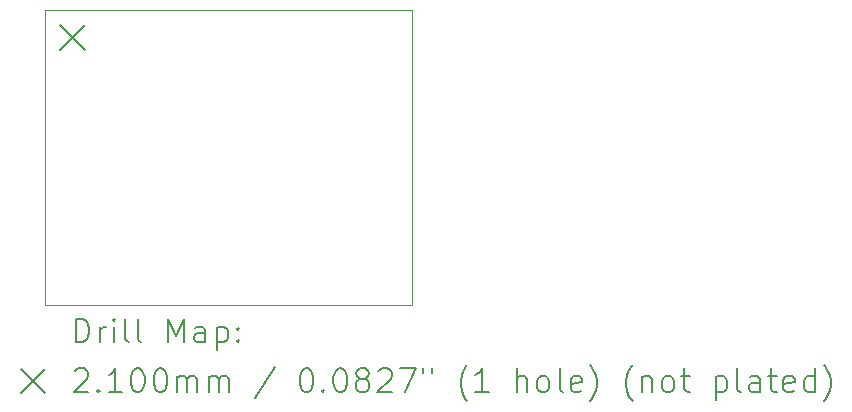
<source format=gbr>
%TF.GenerationSoftware,KiCad,Pcbnew,9.0.6*%
%TF.CreationDate,2025-11-19T17:00:09+08:00*%
%TF.ProjectId,LED-Dimmer,4c45442d-4469-46d6-9d65-722e6b696361,rev?*%
%TF.SameCoordinates,Original*%
%TF.FileFunction,Drillmap*%
%TF.FilePolarity,Positive*%
%FSLAX45Y45*%
G04 Gerber Fmt 4.5, Leading zero omitted, Abs format (unit mm)*
G04 Created by KiCad (PCBNEW 9.0.6) date 2025-11-19 17:00:09*
%MOMM*%
%LPD*%
G01*
G04 APERTURE LIST*
%ADD10C,0.050000*%
%ADD11C,0.200000*%
%ADD12C,0.210000*%
G04 APERTURE END LIST*
D10*
X22000000Y-7195000D02*
X25100000Y-7195000D01*
X25100000Y-9695000D01*
X22000000Y-9695000D01*
X22000000Y-7195000D01*
D11*
D12*
X22125000Y-7325000D02*
X22335000Y-7535000D01*
X22335000Y-7325000D02*
X22125000Y-7535000D01*
D11*
X22258277Y-10008984D02*
X22258277Y-9808984D01*
X22258277Y-9808984D02*
X22305896Y-9808984D01*
X22305896Y-9808984D02*
X22334467Y-9818508D01*
X22334467Y-9818508D02*
X22353515Y-9837555D01*
X22353515Y-9837555D02*
X22363039Y-9856603D01*
X22363039Y-9856603D02*
X22372562Y-9894698D01*
X22372562Y-9894698D02*
X22372562Y-9923270D01*
X22372562Y-9923270D02*
X22363039Y-9961365D01*
X22363039Y-9961365D02*
X22353515Y-9980412D01*
X22353515Y-9980412D02*
X22334467Y-9999460D01*
X22334467Y-9999460D02*
X22305896Y-10008984D01*
X22305896Y-10008984D02*
X22258277Y-10008984D01*
X22458277Y-10008984D02*
X22458277Y-9875650D01*
X22458277Y-9913746D02*
X22467801Y-9894698D01*
X22467801Y-9894698D02*
X22477324Y-9885174D01*
X22477324Y-9885174D02*
X22496372Y-9875650D01*
X22496372Y-9875650D02*
X22515420Y-9875650D01*
X22582086Y-10008984D02*
X22582086Y-9875650D01*
X22582086Y-9808984D02*
X22572562Y-9818508D01*
X22572562Y-9818508D02*
X22582086Y-9828031D01*
X22582086Y-9828031D02*
X22591610Y-9818508D01*
X22591610Y-9818508D02*
X22582086Y-9808984D01*
X22582086Y-9808984D02*
X22582086Y-9828031D01*
X22705896Y-10008984D02*
X22686848Y-9999460D01*
X22686848Y-9999460D02*
X22677324Y-9980412D01*
X22677324Y-9980412D02*
X22677324Y-9808984D01*
X22810658Y-10008984D02*
X22791610Y-9999460D01*
X22791610Y-9999460D02*
X22782086Y-9980412D01*
X22782086Y-9980412D02*
X22782086Y-9808984D01*
X23039229Y-10008984D02*
X23039229Y-9808984D01*
X23039229Y-9808984D02*
X23105896Y-9951841D01*
X23105896Y-9951841D02*
X23172562Y-9808984D01*
X23172562Y-9808984D02*
X23172562Y-10008984D01*
X23353515Y-10008984D02*
X23353515Y-9904222D01*
X23353515Y-9904222D02*
X23343991Y-9885174D01*
X23343991Y-9885174D02*
X23324943Y-9875650D01*
X23324943Y-9875650D02*
X23286848Y-9875650D01*
X23286848Y-9875650D02*
X23267801Y-9885174D01*
X23353515Y-9999460D02*
X23334467Y-10008984D01*
X23334467Y-10008984D02*
X23286848Y-10008984D01*
X23286848Y-10008984D02*
X23267801Y-9999460D01*
X23267801Y-9999460D02*
X23258277Y-9980412D01*
X23258277Y-9980412D02*
X23258277Y-9961365D01*
X23258277Y-9961365D02*
X23267801Y-9942317D01*
X23267801Y-9942317D02*
X23286848Y-9932793D01*
X23286848Y-9932793D02*
X23334467Y-9932793D01*
X23334467Y-9932793D02*
X23353515Y-9923270D01*
X23448753Y-9875650D02*
X23448753Y-10075650D01*
X23448753Y-9885174D02*
X23467801Y-9875650D01*
X23467801Y-9875650D02*
X23505896Y-9875650D01*
X23505896Y-9875650D02*
X23524943Y-9885174D01*
X23524943Y-9885174D02*
X23534467Y-9894698D01*
X23534467Y-9894698D02*
X23543991Y-9913746D01*
X23543991Y-9913746D02*
X23543991Y-9970889D01*
X23543991Y-9970889D02*
X23534467Y-9989936D01*
X23534467Y-9989936D02*
X23524943Y-9999460D01*
X23524943Y-9999460D02*
X23505896Y-10008984D01*
X23505896Y-10008984D02*
X23467801Y-10008984D01*
X23467801Y-10008984D02*
X23448753Y-9999460D01*
X23629705Y-9989936D02*
X23639229Y-9999460D01*
X23639229Y-9999460D02*
X23629705Y-10008984D01*
X23629705Y-10008984D02*
X23620182Y-9999460D01*
X23620182Y-9999460D02*
X23629705Y-9989936D01*
X23629705Y-9989936D02*
X23629705Y-10008984D01*
X23629705Y-9885174D02*
X23639229Y-9894698D01*
X23639229Y-9894698D02*
X23629705Y-9904222D01*
X23629705Y-9904222D02*
X23620182Y-9894698D01*
X23620182Y-9894698D02*
X23629705Y-9885174D01*
X23629705Y-9885174D02*
X23629705Y-9904222D01*
X21797500Y-10237500D02*
X21997500Y-10437500D01*
X21997500Y-10237500D02*
X21797500Y-10437500D01*
X22248753Y-10248031D02*
X22258277Y-10238508D01*
X22258277Y-10238508D02*
X22277324Y-10228984D01*
X22277324Y-10228984D02*
X22324944Y-10228984D01*
X22324944Y-10228984D02*
X22343991Y-10238508D01*
X22343991Y-10238508D02*
X22353515Y-10248031D01*
X22353515Y-10248031D02*
X22363039Y-10267079D01*
X22363039Y-10267079D02*
X22363039Y-10286127D01*
X22363039Y-10286127D02*
X22353515Y-10314698D01*
X22353515Y-10314698D02*
X22239229Y-10428984D01*
X22239229Y-10428984D02*
X22363039Y-10428984D01*
X22448753Y-10409936D02*
X22458277Y-10419460D01*
X22458277Y-10419460D02*
X22448753Y-10428984D01*
X22448753Y-10428984D02*
X22439229Y-10419460D01*
X22439229Y-10419460D02*
X22448753Y-10409936D01*
X22448753Y-10409936D02*
X22448753Y-10428984D01*
X22648753Y-10428984D02*
X22534467Y-10428984D01*
X22591610Y-10428984D02*
X22591610Y-10228984D01*
X22591610Y-10228984D02*
X22572562Y-10257555D01*
X22572562Y-10257555D02*
X22553515Y-10276603D01*
X22553515Y-10276603D02*
X22534467Y-10286127D01*
X22772562Y-10228984D02*
X22791610Y-10228984D01*
X22791610Y-10228984D02*
X22810658Y-10238508D01*
X22810658Y-10238508D02*
X22820182Y-10248031D01*
X22820182Y-10248031D02*
X22829705Y-10267079D01*
X22829705Y-10267079D02*
X22839229Y-10305174D01*
X22839229Y-10305174D02*
X22839229Y-10352793D01*
X22839229Y-10352793D02*
X22829705Y-10390889D01*
X22829705Y-10390889D02*
X22820182Y-10409936D01*
X22820182Y-10409936D02*
X22810658Y-10419460D01*
X22810658Y-10419460D02*
X22791610Y-10428984D01*
X22791610Y-10428984D02*
X22772562Y-10428984D01*
X22772562Y-10428984D02*
X22753515Y-10419460D01*
X22753515Y-10419460D02*
X22743991Y-10409936D01*
X22743991Y-10409936D02*
X22734467Y-10390889D01*
X22734467Y-10390889D02*
X22724943Y-10352793D01*
X22724943Y-10352793D02*
X22724943Y-10305174D01*
X22724943Y-10305174D02*
X22734467Y-10267079D01*
X22734467Y-10267079D02*
X22743991Y-10248031D01*
X22743991Y-10248031D02*
X22753515Y-10238508D01*
X22753515Y-10238508D02*
X22772562Y-10228984D01*
X22963039Y-10228984D02*
X22982086Y-10228984D01*
X22982086Y-10228984D02*
X23001134Y-10238508D01*
X23001134Y-10238508D02*
X23010658Y-10248031D01*
X23010658Y-10248031D02*
X23020182Y-10267079D01*
X23020182Y-10267079D02*
X23029705Y-10305174D01*
X23029705Y-10305174D02*
X23029705Y-10352793D01*
X23029705Y-10352793D02*
X23020182Y-10390889D01*
X23020182Y-10390889D02*
X23010658Y-10409936D01*
X23010658Y-10409936D02*
X23001134Y-10419460D01*
X23001134Y-10419460D02*
X22982086Y-10428984D01*
X22982086Y-10428984D02*
X22963039Y-10428984D01*
X22963039Y-10428984D02*
X22943991Y-10419460D01*
X22943991Y-10419460D02*
X22934467Y-10409936D01*
X22934467Y-10409936D02*
X22924943Y-10390889D01*
X22924943Y-10390889D02*
X22915420Y-10352793D01*
X22915420Y-10352793D02*
X22915420Y-10305174D01*
X22915420Y-10305174D02*
X22924943Y-10267079D01*
X22924943Y-10267079D02*
X22934467Y-10248031D01*
X22934467Y-10248031D02*
X22943991Y-10238508D01*
X22943991Y-10238508D02*
X22963039Y-10228984D01*
X23115420Y-10428984D02*
X23115420Y-10295650D01*
X23115420Y-10314698D02*
X23124943Y-10305174D01*
X23124943Y-10305174D02*
X23143991Y-10295650D01*
X23143991Y-10295650D02*
X23172563Y-10295650D01*
X23172563Y-10295650D02*
X23191610Y-10305174D01*
X23191610Y-10305174D02*
X23201134Y-10324222D01*
X23201134Y-10324222D02*
X23201134Y-10428984D01*
X23201134Y-10324222D02*
X23210658Y-10305174D01*
X23210658Y-10305174D02*
X23229705Y-10295650D01*
X23229705Y-10295650D02*
X23258277Y-10295650D01*
X23258277Y-10295650D02*
X23277324Y-10305174D01*
X23277324Y-10305174D02*
X23286848Y-10324222D01*
X23286848Y-10324222D02*
X23286848Y-10428984D01*
X23382086Y-10428984D02*
X23382086Y-10295650D01*
X23382086Y-10314698D02*
X23391610Y-10305174D01*
X23391610Y-10305174D02*
X23410658Y-10295650D01*
X23410658Y-10295650D02*
X23439229Y-10295650D01*
X23439229Y-10295650D02*
X23458277Y-10305174D01*
X23458277Y-10305174D02*
X23467801Y-10324222D01*
X23467801Y-10324222D02*
X23467801Y-10428984D01*
X23467801Y-10324222D02*
X23477324Y-10305174D01*
X23477324Y-10305174D02*
X23496372Y-10295650D01*
X23496372Y-10295650D02*
X23524943Y-10295650D01*
X23524943Y-10295650D02*
X23543991Y-10305174D01*
X23543991Y-10305174D02*
X23553515Y-10324222D01*
X23553515Y-10324222D02*
X23553515Y-10428984D01*
X23943991Y-10219460D02*
X23772563Y-10476603D01*
X24201134Y-10228984D02*
X24220182Y-10228984D01*
X24220182Y-10228984D02*
X24239229Y-10238508D01*
X24239229Y-10238508D02*
X24248753Y-10248031D01*
X24248753Y-10248031D02*
X24258277Y-10267079D01*
X24258277Y-10267079D02*
X24267801Y-10305174D01*
X24267801Y-10305174D02*
X24267801Y-10352793D01*
X24267801Y-10352793D02*
X24258277Y-10390889D01*
X24258277Y-10390889D02*
X24248753Y-10409936D01*
X24248753Y-10409936D02*
X24239229Y-10419460D01*
X24239229Y-10419460D02*
X24220182Y-10428984D01*
X24220182Y-10428984D02*
X24201134Y-10428984D01*
X24201134Y-10428984D02*
X24182086Y-10419460D01*
X24182086Y-10419460D02*
X24172563Y-10409936D01*
X24172563Y-10409936D02*
X24163039Y-10390889D01*
X24163039Y-10390889D02*
X24153515Y-10352793D01*
X24153515Y-10352793D02*
X24153515Y-10305174D01*
X24153515Y-10305174D02*
X24163039Y-10267079D01*
X24163039Y-10267079D02*
X24172563Y-10248031D01*
X24172563Y-10248031D02*
X24182086Y-10238508D01*
X24182086Y-10238508D02*
X24201134Y-10228984D01*
X24353515Y-10409936D02*
X24363039Y-10419460D01*
X24363039Y-10419460D02*
X24353515Y-10428984D01*
X24353515Y-10428984D02*
X24343991Y-10419460D01*
X24343991Y-10419460D02*
X24353515Y-10409936D01*
X24353515Y-10409936D02*
X24353515Y-10428984D01*
X24486848Y-10228984D02*
X24505896Y-10228984D01*
X24505896Y-10228984D02*
X24524944Y-10238508D01*
X24524944Y-10238508D02*
X24534467Y-10248031D01*
X24534467Y-10248031D02*
X24543991Y-10267079D01*
X24543991Y-10267079D02*
X24553515Y-10305174D01*
X24553515Y-10305174D02*
X24553515Y-10352793D01*
X24553515Y-10352793D02*
X24543991Y-10390889D01*
X24543991Y-10390889D02*
X24534467Y-10409936D01*
X24534467Y-10409936D02*
X24524944Y-10419460D01*
X24524944Y-10419460D02*
X24505896Y-10428984D01*
X24505896Y-10428984D02*
X24486848Y-10428984D01*
X24486848Y-10428984D02*
X24467801Y-10419460D01*
X24467801Y-10419460D02*
X24458277Y-10409936D01*
X24458277Y-10409936D02*
X24448753Y-10390889D01*
X24448753Y-10390889D02*
X24439229Y-10352793D01*
X24439229Y-10352793D02*
X24439229Y-10305174D01*
X24439229Y-10305174D02*
X24448753Y-10267079D01*
X24448753Y-10267079D02*
X24458277Y-10248031D01*
X24458277Y-10248031D02*
X24467801Y-10238508D01*
X24467801Y-10238508D02*
X24486848Y-10228984D01*
X24667801Y-10314698D02*
X24648753Y-10305174D01*
X24648753Y-10305174D02*
X24639229Y-10295650D01*
X24639229Y-10295650D02*
X24629706Y-10276603D01*
X24629706Y-10276603D02*
X24629706Y-10267079D01*
X24629706Y-10267079D02*
X24639229Y-10248031D01*
X24639229Y-10248031D02*
X24648753Y-10238508D01*
X24648753Y-10238508D02*
X24667801Y-10228984D01*
X24667801Y-10228984D02*
X24705896Y-10228984D01*
X24705896Y-10228984D02*
X24724944Y-10238508D01*
X24724944Y-10238508D02*
X24734467Y-10248031D01*
X24734467Y-10248031D02*
X24743991Y-10267079D01*
X24743991Y-10267079D02*
X24743991Y-10276603D01*
X24743991Y-10276603D02*
X24734467Y-10295650D01*
X24734467Y-10295650D02*
X24724944Y-10305174D01*
X24724944Y-10305174D02*
X24705896Y-10314698D01*
X24705896Y-10314698D02*
X24667801Y-10314698D01*
X24667801Y-10314698D02*
X24648753Y-10324222D01*
X24648753Y-10324222D02*
X24639229Y-10333746D01*
X24639229Y-10333746D02*
X24629706Y-10352793D01*
X24629706Y-10352793D02*
X24629706Y-10390889D01*
X24629706Y-10390889D02*
X24639229Y-10409936D01*
X24639229Y-10409936D02*
X24648753Y-10419460D01*
X24648753Y-10419460D02*
X24667801Y-10428984D01*
X24667801Y-10428984D02*
X24705896Y-10428984D01*
X24705896Y-10428984D02*
X24724944Y-10419460D01*
X24724944Y-10419460D02*
X24734467Y-10409936D01*
X24734467Y-10409936D02*
X24743991Y-10390889D01*
X24743991Y-10390889D02*
X24743991Y-10352793D01*
X24743991Y-10352793D02*
X24734467Y-10333746D01*
X24734467Y-10333746D02*
X24724944Y-10324222D01*
X24724944Y-10324222D02*
X24705896Y-10314698D01*
X24820182Y-10248031D02*
X24829706Y-10238508D01*
X24829706Y-10238508D02*
X24848753Y-10228984D01*
X24848753Y-10228984D02*
X24896372Y-10228984D01*
X24896372Y-10228984D02*
X24915420Y-10238508D01*
X24915420Y-10238508D02*
X24924944Y-10248031D01*
X24924944Y-10248031D02*
X24934467Y-10267079D01*
X24934467Y-10267079D02*
X24934467Y-10286127D01*
X24934467Y-10286127D02*
X24924944Y-10314698D01*
X24924944Y-10314698D02*
X24810658Y-10428984D01*
X24810658Y-10428984D02*
X24934467Y-10428984D01*
X25001134Y-10228984D02*
X25134467Y-10228984D01*
X25134467Y-10228984D02*
X25048753Y-10428984D01*
X25201134Y-10228984D02*
X25201134Y-10267079D01*
X25277325Y-10228984D02*
X25277325Y-10267079D01*
X25572563Y-10505174D02*
X25563039Y-10495650D01*
X25563039Y-10495650D02*
X25543991Y-10467079D01*
X25543991Y-10467079D02*
X25534468Y-10448031D01*
X25534468Y-10448031D02*
X25524944Y-10419460D01*
X25524944Y-10419460D02*
X25515420Y-10371841D01*
X25515420Y-10371841D02*
X25515420Y-10333746D01*
X25515420Y-10333746D02*
X25524944Y-10286127D01*
X25524944Y-10286127D02*
X25534468Y-10257555D01*
X25534468Y-10257555D02*
X25543991Y-10238508D01*
X25543991Y-10238508D02*
X25563039Y-10209936D01*
X25563039Y-10209936D02*
X25572563Y-10200412D01*
X25753515Y-10428984D02*
X25639229Y-10428984D01*
X25696372Y-10428984D02*
X25696372Y-10228984D01*
X25696372Y-10228984D02*
X25677325Y-10257555D01*
X25677325Y-10257555D02*
X25658277Y-10276603D01*
X25658277Y-10276603D02*
X25639229Y-10286127D01*
X25991610Y-10428984D02*
X25991610Y-10228984D01*
X26077325Y-10428984D02*
X26077325Y-10324222D01*
X26077325Y-10324222D02*
X26067801Y-10305174D01*
X26067801Y-10305174D02*
X26048753Y-10295650D01*
X26048753Y-10295650D02*
X26020182Y-10295650D01*
X26020182Y-10295650D02*
X26001134Y-10305174D01*
X26001134Y-10305174D02*
X25991610Y-10314698D01*
X26201134Y-10428984D02*
X26182087Y-10419460D01*
X26182087Y-10419460D02*
X26172563Y-10409936D01*
X26172563Y-10409936D02*
X26163039Y-10390889D01*
X26163039Y-10390889D02*
X26163039Y-10333746D01*
X26163039Y-10333746D02*
X26172563Y-10314698D01*
X26172563Y-10314698D02*
X26182087Y-10305174D01*
X26182087Y-10305174D02*
X26201134Y-10295650D01*
X26201134Y-10295650D02*
X26229706Y-10295650D01*
X26229706Y-10295650D02*
X26248753Y-10305174D01*
X26248753Y-10305174D02*
X26258277Y-10314698D01*
X26258277Y-10314698D02*
X26267801Y-10333746D01*
X26267801Y-10333746D02*
X26267801Y-10390889D01*
X26267801Y-10390889D02*
X26258277Y-10409936D01*
X26258277Y-10409936D02*
X26248753Y-10419460D01*
X26248753Y-10419460D02*
X26229706Y-10428984D01*
X26229706Y-10428984D02*
X26201134Y-10428984D01*
X26382087Y-10428984D02*
X26363039Y-10419460D01*
X26363039Y-10419460D02*
X26353515Y-10400412D01*
X26353515Y-10400412D02*
X26353515Y-10228984D01*
X26534468Y-10419460D02*
X26515420Y-10428984D01*
X26515420Y-10428984D02*
X26477325Y-10428984D01*
X26477325Y-10428984D02*
X26458277Y-10419460D01*
X26458277Y-10419460D02*
X26448753Y-10400412D01*
X26448753Y-10400412D02*
X26448753Y-10324222D01*
X26448753Y-10324222D02*
X26458277Y-10305174D01*
X26458277Y-10305174D02*
X26477325Y-10295650D01*
X26477325Y-10295650D02*
X26515420Y-10295650D01*
X26515420Y-10295650D02*
X26534468Y-10305174D01*
X26534468Y-10305174D02*
X26543991Y-10324222D01*
X26543991Y-10324222D02*
X26543991Y-10343270D01*
X26543991Y-10343270D02*
X26448753Y-10362317D01*
X26610658Y-10505174D02*
X26620182Y-10495650D01*
X26620182Y-10495650D02*
X26639230Y-10467079D01*
X26639230Y-10467079D02*
X26648753Y-10448031D01*
X26648753Y-10448031D02*
X26658277Y-10419460D01*
X26658277Y-10419460D02*
X26667801Y-10371841D01*
X26667801Y-10371841D02*
X26667801Y-10333746D01*
X26667801Y-10333746D02*
X26658277Y-10286127D01*
X26658277Y-10286127D02*
X26648753Y-10257555D01*
X26648753Y-10257555D02*
X26639230Y-10238508D01*
X26639230Y-10238508D02*
X26620182Y-10209936D01*
X26620182Y-10209936D02*
X26610658Y-10200412D01*
X26972563Y-10505174D02*
X26963039Y-10495650D01*
X26963039Y-10495650D02*
X26943991Y-10467079D01*
X26943991Y-10467079D02*
X26934468Y-10448031D01*
X26934468Y-10448031D02*
X26924944Y-10419460D01*
X26924944Y-10419460D02*
X26915420Y-10371841D01*
X26915420Y-10371841D02*
X26915420Y-10333746D01*
X26915420Y-10333746D02*
X26924944Y-10286127D01*
X26924944Y-10286127D02*
X26934468Y-10257555D01*
X26934468Y-10257555D02*
X26943991Y-10238508D01*
X26943991Y-10238508D02*
X26963039Y-10209936D01*
X26963039Y-10209936D02*
X26972563Y-10200412D01*
X27048753Y-10295650D02*
X27048753Y-10428984D01*
X27048753Y-10314698D02*
X27058277Y-10305174D01*
X27058277Y-10305174D02*
X27077325Y-10295650D01*
X27077325Y-10295650D02*
X27105896Y-10295650D01*
X27105896Y-10295650D02*
X27124944Y-10305174D01*
X27124944Y-10305174D02*
X27134468Y-10324222D01*
X27134468Y-10324222D02*
X27134468Y-10428984D01*
X27258277Y-10428984D02*
X27239230Y-10419460D01*
X27239230Y-10419460D02*
X27229706Y-10409936D01*
X27229706Y-10409936D02*
X27220182Y-10390889D01*
X27220182Y-10390889D02*
X27220182Y-10333746D01*
X27220182Y-10333746D02*
X27229706Y-10314698D01*
X27229706Y-10314698D02*
X27239230Y-10305174D01*
X27239230Y-10305174D02*
X27258277Y-10295650D01*
X27258277Y-10295650D02*
X27286849Y-10295650D01*
X27286849Y-10295650D02*
X27305896Y-10305174D01*
X27305896Y-10305174D02*
X27315420Y-10314698D01*
X27315420Y-10314698D02*
X27324944Y-10333746D01*
X27324944Y-10333746D02*
X27324944Y-10390889D01*
X27324944Y-10390889D02*
X27315420Y-10409936D01*
X27315420Y-10409936D02*
X27305896Y-10419460D01*
X27305896Y-10419460D02*
X27286849Y-10428984D01*
X27286849Y-10428984D02*
X27258277Y-10428984D01*
X27382087Y-10295650D02*
X27458277Y-10295650D01*
X27410658Y-10228984D02*
X27410658Y-10400412D01*
X27410658Y-10400412D02*
X27420182Y-10419460D01*
X27420182Y-10419460D02*
X27439230Y-10428984D01*
X27439230Y-10428984D02*
X27458277Y-10428984D01*
X27677325Y-10295650D02*
X27677325Y-10495650D01*
X27677325Y-10305174D02*
X27696372Y-10295650D01*
X27696372Y-10295650D02*
X27734468Y-10295650D01*
X27734468Y-10295650D02*
X27753515Y-10305174D01*
X27753515Y-10305174D02*
X27763039Y-10314698D01*
X27763039Y-10314698D02*
X27772563Y-10333746D01*
X27772563Y-10333746D02*
X27772563Y-10390889D01*
X27772563Y-10390889D02*
X27763039Y-10409936D01*
X27763039Y-10409936D02*
X27753515Y-10419460D01*
X27753515Y-10419460D02*
X27734468Y-10428984D01*
X27734468Y-10428984D02*
X27696372Y-10428984D01*
X27696372Y-10428984D02*
X27677325Y-10419460D01*
X27886849Y-10428984D02*
X27867801Y-10419460D01*
X27867801Y-10419460D02*
X27858277Y-10400412D01*
X27858277Y-10400412D02*
X27858277Y-10228984D01*
X28048753Y-10428984D02*
X28048753Y-10324222D01*
X28048753Y-10324222D02*
X28039230Y-10305174D01*
X28039230Y-10305174D02*
X28020182Y-10295650D01*
X28020182Y-10295650D02*
X27982087Y-10295650D01*
X27982087Y-10295650D02*
X27963039Y-10305174D01*
X28048753Y-10419460D02*
X28029706Y-10428984D01*
X28029706Y-10428984D02*
X27982087Y-10428984D01*
X27982087Y-10428984D02*
X27963039Y-10419460D01*
X27963039Y-10419460D02*
X27953515Y-10400412D01*
X27953515Y-10400412D02*
X27953515Y-10381365D01*
X27953515Y-10381365D02*
X27963039Y-10362317D01*
X27963039Y-10362317D02*
X27982087Y-10352793D01*
X27982087Y-10352793D02*
X28029706Y-10352793D01*
X28029706Y-10352793D02*
X28048753Y-10343270D01*
X28115420Y-10295650D02*
X28191611Y-10295650D01*
X28143992Y-10228984D02*
X28143992Y-10400412D01*
X28143992Y-10400412D02*
X28153515Y-10419460D01*
X28153515Y-10419460D02*
X28172563Y-10428984D01*
X28172563Y-10428984D02*
X28191611Y-10428984D01*
X28334468Y-10419460D02*
X28315420Y-10428984D01*
X28315420Y-10428984D02*
X28277325Y-10428984D01*
X28277325Y-10428984D02*
X28258277Y-10419460D01*
X28258277Y-10419460D02*
X28248753Y-10400412D01*
X28248753Y-10400412D02*
X28248753Y-10324222D01*
X28248753Y-10324222D02*
X28258277Y-10305174D01*
X28258277Y-10305174D02*
X28277325Y-10295650D01*
X28277325Y-10295650D02*
X28315420Y-10295650D01*
X28315420Y-10295650D02*
X28334468Y-10305174D01*
X28334468Y-10305174D02*
X28343992Y-10324222D01*
X28343992Y-10324222D02*
X28343992Y-10343270D01*
X28343992Y-10343270D02*
X28248753Y-10362317D01*
X28515420Y-10428984D02*
X28515420Y-10228984D01*
X28515420Y-10419460D02*
X28496373Y-10428984D01*
X28496373Y-10428984D02*
X28458277Y-10428984D01*
X28458277Y-10428984D02*
X28439230Y-10419460D01*
X28439230Y-10419460D02*
X28429706Y-10409936D01*
X28429706Y-10409936D02*
X28420182Y-10390889D01*
X28420182Y-10390889D02*
X28420182Y-10333746D01*
X28420182Y-10333746D02*
X28429706Y-10314698D01*
X28429706Y-10314698D02*
X28439230Y-10305174D01*
X28439230Y-10305174D02*
X28458277Y-10295650D01*
X28458277Y-10295650D02*
X28496373Y-10295650D01*
X28496373Y-10295650D02*
X28515420Y-10305174D01*
X28591611Y-10505174D02*
X28601134Y-10495650D01*
X28601134Y-10495650D02*
X28620182Y-10467079D01*
X28620182Y-10467079D02*
X28629706Y-10448031D01*
X28629706Y-10448031D02*
X28639230Y-10419460D01*
X28639230Y-10419460D02*
X28648753Y-10371841D01*
X28648753Y-10371841D02*
X28648753Y-10333746D01*
X28648753Y-10333746D02*
X28639230Y-10286127D01*
X28639230Y-10286127D02*
X28629706Y-10257555D01*
X28629706Y-10257555D02*
X28620182Y-10238508D01*
X28620182Y-10238508D02*
X28601134Y-10209936D01*
X28601134Y-10209936D02*
X28591611Y-10200412D01*
M02*

</source>
